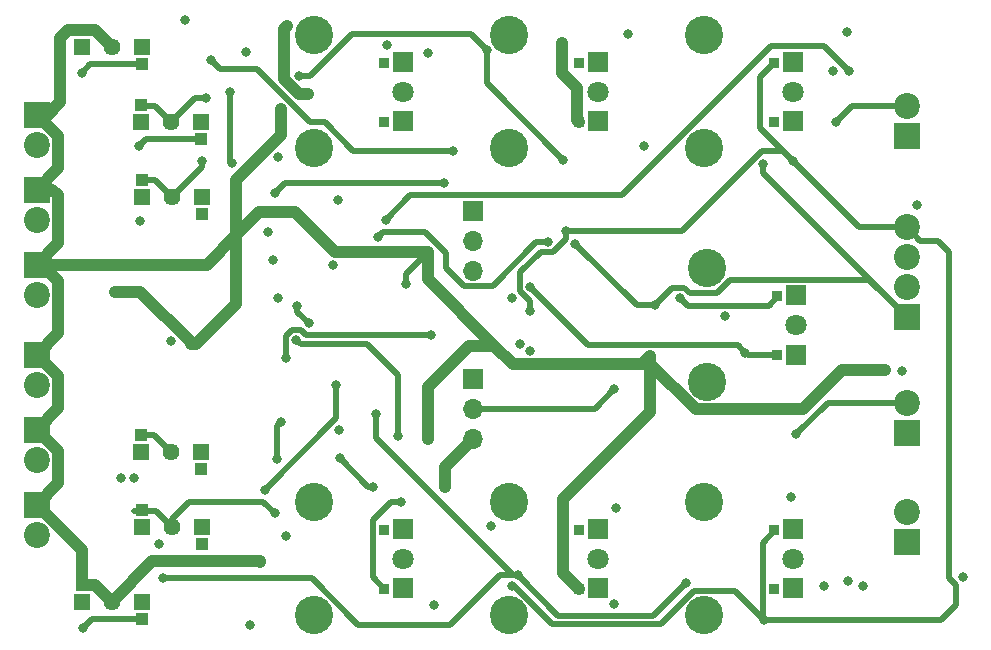
<source format=gbr>
%TF.GenerationSoftware,KiCad,Pcbnew,7.0.1*%
%TF.CreationDate,2023-09-03T00:34:55+01:00*%
%TF.ProjectId,noise-synth-card,6e6f6973-652d-4737-996e-74682d636172,rev?*%
%TF.SameCoordinates,Original*%
%TF.FileFunction,Copper,L2,Inr*%
%TF.FilePolarity,Positive*%
%FSLAX46Y46*%
G04 Gerber Fmt 4.6, Leading zero omitted, Abs format (unit mm)*
G04 Created by KiCad (PCBNEW 7.0.1) date 2023-09-03 00:34:55*
%MOMM*%
%LPD*%
G01*
G04 APERTURE LIST*
%TA.AperFunction,ComponentPad*%
%ADD10R,2.200000X2.200000*%
%TD*%
%TA.AperFunction,ComponentPad*%
%ADD11C,2.200000*%
%TD*%
%TA.AperFunction,ComponentPad*%
%ADD12C,3.240000*%
%TD*%
%TA.AperFunction,ComponentPad*%
%ADD13R,1.800000X1.800000*%
%TD*%
%TA.AperFunction,ComponentPad*%
%ADD14R,0.900000X0.899998*%
%TD*%
%TA.AperFunction,ComponentPad*%
%ADD15C,1.800000*%
%TD*%
%TA.AperFunction,ComponentPad*%
%ADD16R,0.899998X0.899994*%
%TD*%
%TA.AperFunction,ComponentPad*%
%ADD17R,1.440000X1.440000*%
%TD*%
%TA.AperFunction,ComponentPad*%
%ADD18R,1.000000X1.000000*%
%TD*%
%TA.AperFunction,ComponentPad*%
%ADD19C,1.440000*%
%TD*%
%TA.AperFunction,ComponentPad*%
%ADD20R,1.700000X1.700000*%
%TD*%
%TA.AperFunction,ComponentPad*%
%ADD21O,1.700000X1.700000*%
%TD*%
%TA.AperFunction,ViaPad*%
%ADD22C,0.800000*%
%TD*%
%TA.AperFunction,Conductor*%
%ADD23C,0.500000*%
%TD*%
%TA.AperFunction,Conductor*%
%ADD24C,1.000000*%
%TD*%
G04 APERTURE END LIST*
D10*
%TO.N,GND*%
%TO.C,J5*%
X180975000Y-60198000D03*
D11*
%TO.N,/VCO-saw-square-0/VCO_OUT*%
X180975000Y-57658000D03*
%TD*%
D10*
%TO.N,GND*%
%TO.C,J3*%
X107315000Y-71120000D03*
D11*
%TO.N,Net-(J3-signal)*%
X107315000Y-73660000D03*
%TD*%
D12*
%TO.N,*%
%TO.C,PT6*%
X163830000Y-61275000D03*
D13*
X171330000Y-58975000D03*
X171330000Y-53975000D03*
D12*
X163830000Y-51675000D03*
D14*
%TO.N,-12V*%
X169729800Y-59015000D03*
D15*
%TO.N,Net-(PT6-Pad2)*%
X171330000Y-56475000D03*
D16*
%TO.N,+12V*%
X169755200Y-54062000D03*
%TD*%
D10*
%TO.N,GND*%
%TO.C,J1*%
X107315000Y-58420000D03*
D11*
%TO.N,Net-(J1-signal)*%
X107315000Y-60960000D03*
%TD*%
D12*
%TO.N,*%
%TO.C,PT2*%
X147320000Y-61263600D03*
D13*
X154820000Y-58963600D03*
X154820000Y-53963600D03*
D12*
X147320000Y-51663600D03*
D14*
%TO.N,GND*%
X153219800Y-59003600D03*
D15*
%TO.N,Net-(PT2-Pad2)*%
X154820000Y-56463600D03*
D16*
%TO.N,Net-(PT2-Pad3)*%
X153245200Y-54050600D03*
%TD*%
D10*
%TO.N,GND*%
%TO.C,J11*%
X180975000Y-85344000D03*
D11*
%TO.N,Net-(J11-signal)*%
X180975000Y-82804000D03*
%TD*%
D12*
%TO.N,*%
%TO.C,PT12*%
X163830000Y-100812000D03*
D13*
X171330000Y-98512000D03*
X171330000Y-93512000D03*
D12*
X163830000Y-91212000D03*
D14*
%TO.N,-12V*%
X169729800Y-98552000D03*
D15*
%TO.N,Net-(PT12-Pad2)*%
X171330000Y-96012000D03*
D16*
%TO.N,+12V*%
X169755200Y-93599000D03*
%TD*%
D17*
%TO.N,*%
%TO.C,PT11*%
X121259600Y-86995000D03*
X116179600Y-86995000D03*
D18*
%TO.N,Net-(PT11-Pad1)*%
X116179600Y-85572600D03*
D19*
X118719600Y-86995000D03*
D18*
%TO.N,Net-(J9-signal)*%
X121259600Y-88442800D03*
%TD*%
D17*
%TO.N,*%
%TO.C,PT9*%
X121310400Y-93319600D03*
X116230400Y-93319600D03*
D18*
%TO.N,Net-(Q3-B)*%
X116230400Y-91897200D03*
D19*
X118770400Y-93319600D03*
D18*
%TO.N,Net-(PT9-Pad3)*%
X121310400Y-94767400D03*
%TD*%
D12*
%TO.N,*%
%TO.C,PT8*%
X147320000Y-100812000D03*
D13*
X154820000Y-98512000D03*
X154820000Y-93512000D03*
D12*
X147320000Y-91212000D03*
D14*
%TO.N,GND*%
X153219800Y-98552000D03*
D15*
%TO.N,Net-(PT8-Pad2)*%
X154820000Y-96012000D03*
D16*
%TO.N,Net-(PT8-Pad3)*%
X153245200Y-93599000D03*
%TD*%
D20*
%TO.N,Net-(J6-saw)*%
%TO.C,J6*%
X144272000Y-80772000D03*
D21*
%TO.N,/VCO-saw-square-1/VCO_OUT*%
X144272000Y-83312000D03*
%TO.N,Net-(J6-square)*%
X144272000Y-85852000D03*
%TD*%
D12*
%TO.N,*%
%TO.C,PT7*%
X130810000Y-100812000D03*
D13*
X138310000Y-98512000D03*
X138310000Y-93512000D03*
D12*
X130810000Y-91212000D03*
D14*
%TO.N,Net-(PT7-Pad1)*%
X136709800Y-98552000D03*
D15*
%TO.N,Net-(PT7-Pad2)*%
X138310000Y-96012000D03*
D16*
%TO.N,Net-(PT7-Pad3)*%
X136735200Y-93599000D03*
%TD*%
D12*
%TO.N,*%
%TO.C,PT1*%
X130810000Y-61275000D03*
D13*
X138310000Y-58975000D03*
X138310000Y-53975000D03*
D12*
X130810000Y-51675000D03*
D14*
%TO.N,Net-(PT1-Pad1)*%
X136709800Y-59015000D03*
D15*
%TO.N,Net-(PT1-Pad2)*%
X138310000Y-56475000D03*
D16*
%TO.N,Net-(PT1-Pad3)*%
X136735200Y-54062000D03*
%TD*%
D12*
%TO.N,*%
%TO.C,PT13*%
X164084000Y-81026000D03*
D13*
X171584000Y-78726000D03*
X171584000Y-73726000D03*
D12*
X164084000Y-71426000D03*
D14*
%TO.N,Net-(U4B--)*%
X169983800Y-78766000D03*
D15*
%TO.N,Net-(U4A-+)*%
X171584000Y-76226000D03*
D16*
%TO.N,Net-(U4C--)*%
X170009200Y-73813000D03*
%TD*%
D17*
%TO.N,*%
%TO.C,PT10*%
X116205000Y-99695000D03*
X111125000Y-99695000D03*
D18*
%TO.N,GND*%
X111125000Y-98272600D03*
D19*
X113665000Y-99695000D03*
D18*
%TO.N,Net-(PT10-Pad3)*%
X116205000Y-101142800D03*
%TD*%
D17*
%TO.N,*%
%TO.C,PT5*%
X121285000Y-65405000D03*
X116205000Y-65405000D03*
D18*
%TO.N,Net-(PT5-Pad1)*%
X116205000Y-63982600D03*
D19*
X118745000Y-65405000D03*
D18*
%TO.N,Net-(J3-signal)*%
X121285000Y-66852800D03*
%TD*%
D17*
%TO.N,*%
%TO.C,PT4*%
X116205000Y-52705000D03*
X111125000Y-52705000D03*
D18*
%TO.N,GND*%
X111125000Y-51282600D03*
D19*
X113665000Y-52705000D03*
D18*
%TO.N,Net-(PT4-Pad3)*%
X116205000Y-54152800D03*
%TD*%
D10*
%TO.N,GND*%
%TO.C,J10*%
X180975000Y-94615000D03*
D11*
%TO.N,/VCO-saw-square-1/VCO_OUT*%
X180975000Y-92075000D03*
%TD*%
D10*
%TO.N,GND*%
%TO.C,J8*%
X107315000Y-85090000D03*
D11*
%TO.N,Net-(J8-signal)*%
X107315000Y-87630000D03*
%TD*%
D17*
%TO.N,*%
%TO.C,PT3*%
X121275000Y-59055000D03*
X116195000Y-59055000D03*
D18*
%TO.N,Net-(Q1-B)*%
X116195000Y-57632600D03*
D19*
X118735000Y-59055000D03*
D18*
%TO.N,Net-(PT3-Pad3)*%
X121275000Y-60502800D03*
%TD*%
D20*
%TO.N,Net-(J13-saw)*%
%TO.C,J13*%
X144272000Y-66548000D03*
D21*
%TO.N,/VCO-saw-square-0/VCO_OUT*%
X144272000Y-69088000D03*
%TO.N,Net-(J13-square)*%
X144272000Y-71628000D03*
%TD*%
D10*
%TO.N,-12V*%
%TO.C,J4*%
X180975000Y-75565000D03*
D11*
%TO.N,GND*%
X180975000Y-73025000D03*
X180975000Y-70485000D03*
%TO.N,+12V*%
X180975000Y-67945000D03*
%TD*%
D10*
%TO.N,GND*%
%TO.C,J9*%
X107315000Y-78740000D03*
D11*
%TO.N,Net-(J9-signal)*%
X107315000Y-81280000D03*
%TD*%
D10*
%TO.N,GND*%
%TO.C,J7*%
X107315000Y-91440000D03*
D11*
%TO.N,Net-(J7-signal)*%
X107315000Y-93980000D03*
%TD*%
D10*
%TO.N,GND*%
%TO.C,J2*%
X107315000Y-64770000D03*
D11*
%TO.N,Net-(J2-signal)*%
X107315000Y-67310000D03*
%TD*%
D22*
%TO.N,Net-(D1-K)*%
X127369700Y-70699500D03*
X125077544Y-53126919D03*
X127777619Y-73921026D03*
%TO.N,GND*%
X128016000Y-57912000D03*
X175920400Y-51435000D03*
X177292000Y-98298000D03*
X151790399Y-52324001D03*
X140430000Y-70037500D03*
X126238000Y-96266000D03*
X151899298Y-90932000D03*
X159265438Y-78840000D03*
X120396000Y-77876400D03*
X128549400Y-50927000D03*
X124192250Y-68639046D03*
X130302000Y-56642000D03*
X113944400Y-73406000D03*
X138582400Y-72771000D03*
X179175000Y-80010000D03*
X146050000Y-77978000D03*
X140430000Y-85852000D03*
%TO.N,+12V*%
X151892002Y-62230000D03*
X171348400Y-62357000D03*
X129565400Y-55118000D03*
X128397000Y-94132400D03*
X149094212Y-75057000D03*
X168935400Y-101219000D03*
X118668800Y-77622400D03*
X145440400Y-52903844D03*
X147599400Y-98298000D03*
X128016000Y-84429600D03*
X127655611Y-87579200D03*
X132370700Y-71120000D03*
X152146000Y-68238500D03*
%TO.N,-12V*%
X171221400Y-90805000D03*
X168808400Y-62611000D03*
X162331400Y-98044000D03*
X118059200Y-97688400D03*
X148040554Y-97401123D03*
X185720901Y-97577622D03*
X158775400Y-61087000D03*
X136243592Y-68750500D03*
X142544800Y-61468000D03*
X122072400Y-53797200D03*
X152933400Y-69342000D03*
X159664400Y-74549000D03*
X150647400Y-69215000D03*
X136042400Y-83755000D03*
%TO.N,Net-(U2C--)*%
X136906000Y-67310000D03*
X176066736Y-54717664D03*
X127758700Y-62004700D03*
%TO.N,Net-(J3-signal)*%
X116103400Y-67437000D03*
%TO.N,Net-(D2-K)*%
X132929000Y-85090000D03*
X125374400Y-101600000D03*
%TO.N,Net-(PT1-Pad1)*%
X137007600Y-52512600D03*
%TO.N,Net-(PT4-Pad3)*%
X111150400Y-54864000D03*
%TO.N,Net-(PT5-Pad1)*%
X121310400Y-62357000D03*
%TO.N,Net-(U2B--)*%
X123723400Y-56515000D03*
X123850400Y-62484000D03*
%TO.N,Net-(R17-Pad1)*%
X141814815Y-64179490D03*
X127533400Y-65024000D03*
%TO.N,unconnected-(U1-Pad4)*%
X132816600Y-65659000D03*
X129401582Y-74621984D03*
X130336766Y-76092616D03*
%TO.N,unconnected-(U1-Pad11)*%
X126898400Y-68326000D03*
%TO.N,Net-(Q1-B)*%
X119872500Y-50419000D03*
X121634000Y-57023000D03*
X140425321Y-53157244D03*
X157378400Y-51562000D03*
%TO.N,Net-(PT3-Pad3)*%
X115976400Y-61087000D03*
%TO.N,Net-(J9-signal)*%
X115595400Y-89154000D03*
%TO.N,Net-(D3-A)*%
X173990000Y-98298000D03*
%TO.N,Net-(J11-signal)*%
X171653200Y-85445600D03*
X149051505Y-78426625D03*
%TO.N,Net-(PT7-Pad1)*%
X138201400Y-91215500D03*
%TO.N,Net-(PT7-Pad3)*%
X140995400Y-99949000D03*
%TO.N,Net-(PT8-Pad3)*%
X156169999Y-99862002D03*
%TO.N,Net-(Q3-B)*%
X127481000Y-92175000D03*
X145821400Y-93282000D03*
X156338798Y-91717602D03*
%TO.N,Net-(PT9-Pad3)*%
X117703600Y-94792800D03*
X114430527Y-89217259D03*
%TO.N,Net-(PT10-Pad3)*%
X111277400Y-101854000D03*
%TO.N,Net-(U3C--)*%
X126644400Y-90170000D03*
X176047400Y-97917000D03*
X132675500Y-81345001D03*
%TO.N,Net-(U3D-+)*%
X137900278Y-85644903D03*
X129311400Y-77470000D03*
%TO.N,Net-(R36-Pad1)*%
X140741400Y-77089000D03*
X128427929Y-79046847D03*
%TO.N,Net-(U3D--)*%
X135788400Y-89916000D03*
X132994400Y-87503000D03*
%TO.N,Net-(D5-K)*%
X174777400Y-54737000D03*
%TO.N,/VCO-saw-square-0/VCO_OUT*%
X147599400Y-73914000D03*
X175006000Y-59029600D03*
%TO.N,/VCO-saw-square-1/VCO_OUT*%
X156235400Y-81661000D03*
%TO.N,Net-(J6-square)*%
X141884400Y-89916000D03*
%TO.N,Net-(U4A-+)*%
X165608000Y-75438000D03*
X148234400Y-77851000D03*
%TO.N,Net-(D7-A)*%
X181864000Y-66040000D03*
%TO.N,Net-(D8-K)*%
X180619400Y-80137000D03*
%TO.N,Net-(U4B--)*%
X149123400Y-73025000D03*
X167334900Y-78562500D03*
%TO.N,Net-(U4C--)*%
X161803809Y-73933591D03*
%TD*%
D23*
%TO.N,Net-(PT11-Pad1)*%
X117297200Y-85572600D02*
X116179600Y-85572600D01*
X118719600Y-86995000D02*
X117297200Y-85572600D01*
D24*
%TO.N,GND*%
X159265438Y-78840000D02*
X159265438Y-79488414D01*
X151899298Y-97231298D02*
X151899298Y-90932000D01*
X172178000Y-83346000D02*
X175514000Y-80010000D01*
X113665000Y-99695000D02*
X112245000Y-98275000D01*
X120396000Y-77698600D02*
X116103400Y-73406000D01*
X109118400Y-89636600D02*
X107315000Y-91440000D01*
X146050000Y-77978000D02*
X140430000Y-72358000D01*
X128295400Y-51181000D02*
X128549400Y-50927000D01*
X109115000Y-83284415D02*
X107309415Y-85090000D01*
X109115000Y-80534415D02*
X109115000Y-83284415D01*
X143966000Y-77978000D02*
X140430000Y-81514000D01*
X153220000Y-59015000D02*
X153060400Y-58855400D01*
X140430000Y-81514000D02*
X140430000Y-85852000D01*
X107320585Y-58420000D02*
X107315000Y-58420000D01*
X107315000Y-78740000D02*
X109115000Y-76940000D01*
X146050000Y-77978000D02*
X143966000Y-77978000D01*
X126177916Y-66653380D02*
X124192250Y-68639046D01*
X109321600Y-57348400D02*
X109321600Y-51943000D01*
X109321600Y-51943000D02*
X109982000Y-51282600D01*
X113665000Y-52705000D02*
X112245000Y-51285000D01*
X109115000Y-62970000D02*
X109115000Y-60214415D01*
X107315000Y-71120000D02*
X109115000Y-69320000D01*
X107721400Y-71120000D02*
X107315000Y-71120000D01*
X109115000Y-65223800D02*
X108661200Y-64770000D01*
X109115000Y-76940000D02*
X109115000Y-72513600D01*
D23*
X144466000Y-77978000D02*
X146050000Y-77978000D01*
D24*
X121711296Y-71120000D02*
X107315000Y-71120000D01*
X120396000Y-77876400D02*
X120396000Y-77698600D01*
X124192250Y-74486550D02*
X120802400Y-77876400D01*
X158554237Y-79551201D02*
X159265438Y-78840000D01*
X107309415Y-85090000D02*
X107315000Y-85090000D01*
X107315000Y-64770000D02*
X109115000Y-62970000D01*
X128295400Y-55402928D02*
X128295400Y-51181000D01*
X109115000Y-69320000D02*
X109115000Y-65223800D01*
X107320585Y-85090000D02*
X109118400Y-86887815D01*
X124192250Y-63951078D02*
X124192250Y-68639046D01*
X153220000Y-98552000D02*
X151899298Y-97231298D01*
X112245000Y-51285000D02*
X111125000Y-51285000D01*
X124192250Y-68639046D02*
X121711296Y-71120000D01*
X107315000Y-91440000D02*
X107320585Y-91440000D01*
X120802400Y-77876400D02*
X120396000Y-77876400D01*
X107315000Y-85090000D02*
X107320585Y-85090000D01*
X124192250Y-68639046D02*
X124192250Y-74486550D01*
X108250000Y-58420000D02*
X109321600Y-57348400D01*
X151790399Y-54895795D02*
X151790399Y-52324001D01*
X112245000Y-98275000D02*
X111125000Y-98275000D01*
X146050000Y-77978000D02*
X147623201Y-79551201D01*
X129534472Y-56642000D02*
X128295400Y-55402928D01*
X107315000Y-58420000D02*
X108250000Y-58420000D01*
X116103400Y-73406000D02*
X113944400Y-73406000D01*
X140430000Y-72358000D02*
X140430000Y-70037500D01*
X163123024Y-83346000D02*
X172178000Y-83346000D01*
X109115000Y-60214415D02*
X107320585Y-58420000D01*
X128016000Y-57912000D02*
X128016000Y-60127328D01*
X147623201Y-79551201D02*
X158554237Y-79551201D01*
X107320585Y-91440000D02*
X111125000Y-95244415D01*
X108661200Y-64770000D02*
X107315000Y-64770000D01*
X113665000Y-99695000D02*
X117126700Y-96233300D01*
X117126700Y-96233300D02*
X126205300Y-96233300D01*
D23*
X138582400Y-71885100D02*
X138582400Y-72771000D01*
D24*
X130302000Y-56642000D02*
X129534472Y-56642000D01*
X109118400Y-86887815D02*
X109118400Y-89636600D01*
X129184778Y-66653380D02*
X126177916Y-66653380D01*
X109115000Y-72513600D02*
X107721400Y-71120000D01*
X153060400Y-56165796D02*
X151790399Y-54895795D01*
X111125000Y-95244415D02*
X111125000Y-98272600D01*
X153060400Y-58855400D02*
X153060400Y-56165796D01*
X109982000Y-51282600D02*
X111125000Y-51282600D01*
X159265438Y-78840000D02*
X159265438Y-83565860D01*
X107320585Y-78740000D02*
X109115000Y-80534415D01*
X159265438Y-83565860D02*
X151899298Y-90932000D01*
X128016000Y-60127328D02*
X124192250Y-63951078D01*
X175514000Y-80010000D02*
X179175000Y-80010000D01*
X107315000Y-78740000D02*
X107320585Y-78740000D01*
X140430000Y-70037500D02*
X132568898Y-70037500D01*
X132568898Y-70037500D02*
X129184778Y-66653380D01*
D23*
X140430000Y-70037500D02*
X138582400Y-71885100D01*
D24*
X126205300Y-96233300D02*
X126238000Y-96266000D01*
X159265438Y-79488414D02*
X163123024Y-83346000D01*
D23*
%TO.N,+12V*%
X170498900Y-61507500D02*
X171348400Y-62357000D01*
X128016000Y-84429600D02*
X127655611Y-84789989D01*
X147733423Y-98298000D02*
X150972924Y-101537501D01*
X150972924Y-101537501D02*
X160177076Y-101537501D01*
X147599400Y-98298000D02*
X147733423Y-98298000D01*
X129565400Y-55118000D02*
X130454400Y-55118000D01*
X134010400Y-51562000D02*
X144098556Y-51562000D01*
X185166027Y-99963820D02*
X183910847Y-101219000D01*
X168554400Y-59563000D02*
X171348400Y-62357000D01*
X169755200Y-54062000D02*
X168554400Y-55262800D01*
X151892002Y-62230000D02*
X145440400Y-55778398D01*
X149094212Y-74197187D02*
X149094212Y-75057000D01*
X184565000Y-70050076D02*
X184565000Y-97623097D01*
X168710525Y-61507500D02*
X170498900Y-61507500D01*
X145440400Y-55778398D02*
X145440400Y-52903844D01*
X161979525Y-68238500D02*
X168710525Y-61507500D01*
X152146000Y-68238500D02*
X161979525Y-68238500D01*
X160177076Y-101537501D02*
X162972577Y-98742000D01*
X169856800Y-93599000D02*
X168808400Y-94647400D01*
X149983275Y-70064500D02*
X148273900Y-71773875D01*
X152146000Y-68238500D02*
X152146000Y-68917775D01*
X148273900Y-71773875D02*
X148273900Y-73376875D01*
X144098556Y-51562000D02*
X145440400Y-52903844D01*
X185166027Y-98224124D02*
X185166027Y-99963820D01*
X150999275Y-70064500D02*
X149983275Y-70064500D01*
X162972577Y-98742000D02*
X166458400Y-98742000D01*
X168808400Y-101092000D02*
X168935400Y-101219000D01*
X184565000Y-97623097D02*
X185166027Y-98224124D01*
X127655611Y-84789989D02*
X127655611Y-87579200D01*
X130454400Y-55118000D02*
X134010400Y-51562000D01*
X183602924Y-69088000D02*
X184565000Y-70050076D01*
X168554400Y-55262800D02*
X168554400Y-59563000D01*
X180975000Y-67945000D02*
X176936400Y-67945000D01*
X176936400Y-67945000D02*
X171348400Y-62357000D01*
X168808400Y-94647400D02*
X168808400Y-101092000D01*
X148273900Y-73376875D02*
X149094212Y-74197187D01*
X182118000Y-69088000D02*
X183602924Y-69088000D01*
X180975000Y-67945000D02*
X182118000Y-69088000D01*
X152146000Y-68917775D02*
X150999275Y-70064500D01*
X166458400Y-98742000D02*
X168935400Y-101219000D01*
X183910847Y-101219000D02*
X168935400Y-101219000D01*
%TO.N,-12V*%
X147649898Y-97401123D02*
X148040554Y-97401123D01*
X164908832Y-73528591D02*
X162600184Y-73528591D01*
X149631400Y-69215000D02*
X150647400Y-69215000D01*
X177786000Y-72376000D02*
X166061423Y-72376000D01*
X136668092Y-68326000D02*
X140208000Y-68326000D01*
X162155684Y-73084091D02*
X161129309Y-73084091D01*
X122812402Y-54537202D02*
X122072400Y-53797200D01*
X146532902Y-97401123D02*
X148040554Y-97401123D01*
X151477431Y-100838000D02*
X159537400Y-100838000D01*
X136243592Y-68750500D02*
X136668092Y-68326000D01*
X168808400Y-63398400D02*
X168808400Y-62611000D01*
X136042400Y-83755000D02*
X136042400Y-85793625D01*
X159537400Y-100838000D02*
X162331400Y-98044000D01*
X131729555Y-59055000D02*
X130501798Y-59055000D01*
X134142555Y-61468000D02*
X131729555Y-59055000D01*
X166061423Y-72376000D02*
X164908832Y-73528591D01*
X134525923Y-101600500D02*
X142333525Y-101600500D01*
X180975000Y-75565000D02*
X168808400Y-63398400D01*
X141986000Y-70104000D02*
X141986000Y-71374000D01*
X148040554Y-97401123D02*
X151477431Y-100838000D01*
X161129309Y-73084091D02*
X159664400Y-74549000D01*
X145918400Y-72928000D02*
X149631400Y-69215000D01*
X136042400Y-85793625D02*
X147649898Y-97401123D01*
X162600184Y-73528591D02*
X162155684Y-73084091D01*
X118059200Y-97688400D02*
X130613823Y-97688400D01*
X143540000Y-72928000D02*
X145918400Y-72928000D01*
X130613823Y-97688400D02*
X134525923Y-101600500D01*
X140208000Y-68326000D02*
X141986000Y-70104000D01*
X142333525Y-101600500D02*
X146532902Y-97401123D01*
X142544800Y-61468000D02*
X134142555Y-61468000D01*
X125984000Y-54537202D02*
X122812402Y-54537202D01*
X180975000Y-75565000D02*
X177786000Y-72376000D01*
X158140400Y-74549000D02*
X152933400Y-69342000D01*
X130501798Y-59055000D02*
X125984000Y-54537202D01*
X141986000Y-71374000D02*
X143540000Y-72928000D01*
X159664400Y-74549000D02*
X158140400Y-74549000D01*
%TO.N,Net-(U2C--)*%
X156870804Y-65248000D02*
X169493804Y-52625000D01*
X136906000Y-67310000D02*
X138968000Y-65248000D01*
X173974072Y-52625000D02*
X176066736Y-54717664D01*
X169493804Y-52625000D02*
X173974072Y-52625000D01*
X138968000Y-65248000D02*
X156870804Y-65248000D01*
%TO.N,Net-(PT4-Pad3)*%
X111861600Y-54152800D02*
X111150400Y-54864000D01*
X116205000Y-54152800D02*
X111861600Y-54152800D01*
%TO.N,Net-(PT5-Pad1)*%
X118745000Y-65405000D02*
X121310400Y-62839600D01*
X117322600Y-63982600D02*
X116205000Y-63982600D01*
X121310400Y-62839600D02*
X121310400Y-62357000D01*
X118745000Y-65405000D02*
X117322600Y-63982600D01*
%TO.N,Net-(U2B--)*%
X123723400Y-56515000D02*
X123723400Y-62357000D01*
X123723400Y-62357000D02*
X123850400Y-62484000D01*
%TO.N,Net-(R17-Pad1)*%
X141814815Y-64179490D02*
X128377910Y-64179490D01*
X128377910Y-64179490D02*
X127533400Y-65024000D01*
%TO.N,unconnected-(U1-Pad4)*%
X129401582Y-75157432D02*
X130336766Y-76092616D01*
X129401582Y-74621984D02*
X129401582Y-75157432D01*
%TO.N,Net-(Q1-B)*%
X118735000Y-59055000D02*
X120767000Y-57023000D01*
X120767000Y-57023000D02*
X121634000Y-57023000D01*
X117363400Y-57683400D02*
X116195000Y-57683400D01*
X118735000Y-59055000D02*
X117363400Y-57683400D01*
%TO.N,Net-(PT3-Pad3)*%
X115976400Y-61087000D02*
X116560600Y-60502800D01*
X116560600Y-60502800D02*
X121275000Y-60502800D01*
%TO.N,Net-(J11-signal)*%
X174294800Y-82804000D02*
X171653200Y-85445600D01*
X180975000Y-82804000D02*
X174294800Y-82804000D01*
%TO.N,Net-(PT7-Pad1)*%
X135759800Y-97602001D02*
X135759800Y-92774404D01*
X135759800Y-92774404D02*
X137318704Y-91215500D01*
X136709800Y-98552000D02*
X135759800Y-97602001D01*
X137318704Y-91215500D02*
X138201400Y-91215500D01*
%TO.N,Net-(Q3-B)*%
X127481000Y-92175000D02*
X126492000Y-91186000D01*
X118770400Y-92674600D02*
X118770400Y-93319600D01*
X115560000Y-91973400D02*
X117424200Y-91973400D01*
X126492000Y-91186000D02*
X120259000Y-91186000D01*
X120259000Y-91186000D02*
X118770400Y-92674600D01*
X117424200Y-91973400D02*
X118770400Y-93319600D01*
%TO.N,Net-(PT10-Pad3)*%
X111988600Y-101142800D02*
X111277400Y-101854000D01*
X116205000Y-101142800D02*
X111988600Y-101142800D01*
%TO.N,Net-(U3C--)*%
X132675500Y-84138900D02*
X126644400Y-90170000D01*
X132675500Y-81345001D02*
X132675500Y-84138900D01*
%TO.N,Net-(U3D-+)*%
X137900278Y-80496278D02*
X135268997Y-77864997D01*
X137900278Y-85644903D02*
X137900278Y-80496278D01*
X129706397Y-77864997D02*
X129311400Y-77470000D01*
X135268997Y-77864997D02*
X129706397Y-77864997D01*
%TO.N,Net-(R36-Pad1)*%
X128427929Y-79046847D02*
X128427929Y-77152096D01*
X128427929Y-77152096D02*
X128959525Y-76620500D01*
X128959525Y-76620500D02*
X129663275Y-76620500D01*
X130131775Y-77089000D02*
X140741400Y-77089000D01*
X129663275Y-76620500D02*
X130131775Y-77089000D01*
%TO.N,Net-(U3D--)*%
X132994400Y-87503000D02*
X135407400Y-89916000D01*
X135407400Y-89916000D02*
X135788400Y-89916000D01*
%TO.N,/VCO-saw-square-0/VCO_OUT*%
X176377600Y-57658000D02*
X175006000Y-59029600D01*
X180975000Y-57658000D02*
X176377600Y-57658000D01*
%TO.N,/VCO-saw-square-1/VCO_OUT*%
X144272000Y-83312000D02*
X154584400Y-83312000D01*
X154584400Y-83312000D02*
X156235400Y-81661000D01*
D24*
%TO.N,Net-(J6-square)*%
X144272000Y-85852000D02*
X141884400Y-88239600D01*
X141884400Y-88239600D02*
X141884400Y-89916000D01*
D23*
%TO.N,Net-(U4B--)*%
X170110800Y-78766000D02*
X167538400Y-78766000D01*
X167538400Y-78766000D02*
X167334900Y-78562500D01*
X153988900Y-77890500D02*
X166662900Y-77890500D01*
X166662900Y-77890500D02*
X167334900Y-78562500D01*
X149123400Y-73025000D02*
X153988900Y-77890500D01*
%TO.N,Net-(U4C--)*%
X170110800Y-73813000D02*
X169335618Y-74588182D01*
X169335618Y-74588182D02*
X162458400Y-74588182D01*
X162458400Y-74588182D02*
X161803809Y-73933591D01*
%TD*%
M02*

</source>
